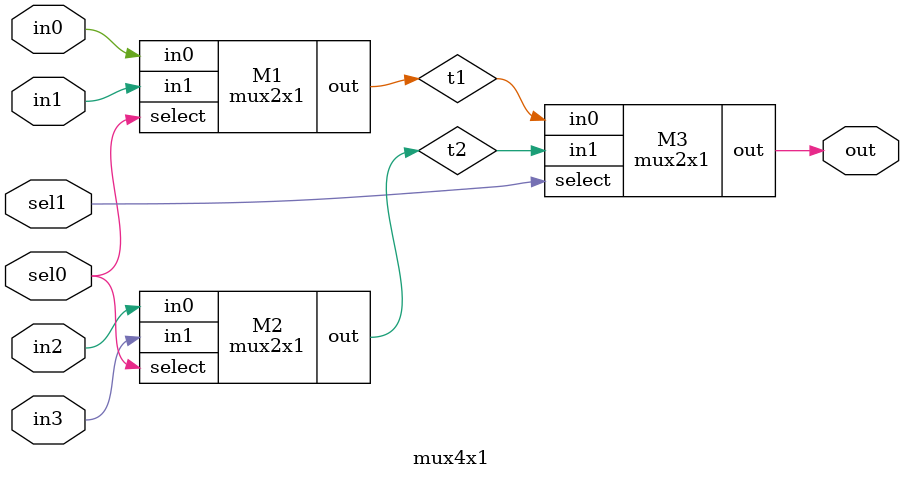
<source format=v>
module alu(
    input signed [63:0] src1,src2,
    input [3:0] alu_code,
    output signed [63:0] result,
    output overflow,zero_flag
);

    wire [63:0] add_result, sub_result, and_result, or_result;
    wire mark1, mark2;
    bit_adder_64 u_adder (.a(src1), .b(src2), .s(add_result), .overflow(mark1));
    bit_sub_64 u_sub (.a(src1), .b(src2), .s(sub_result), .overflow(mark2));
    bit_and_64 u_and (.a(src1), .b(src2), .s(and_result));
    bit_or_64 u_or (.a(src1), .b(src2), .s(or_result));

    // Logic for the selection of the output
    wire [1:0] opout;

    // opout[0] bit logic
    and and1(opout[1],1,alu_code[1]);

    // opout[1] bit logic
    wire a,b,c,d;
    wire t1,t2;
    not not1(a,alu_code[3]);
    not not2(b,alu_code[2]);
    not not3(c,alu_code[1]);
    not not4(d,alu_code[0]);

    and and2(t1, a,b,c,alu_code[0]);
    and and3(t2, a,alu_code[2],alu_code[1],d);
    or or1(opout[0],t1,t2);

    genvar i;
    generate
        for (i = 0; i < 64; i = i + 1) begin : mux_loop
            mux4x1 u_mux (.out(result[i]), .sel0(opout[0]), .sel1(opout[1]), .in0(and_result[i]), .in1(or_result[i]), .in2(add_result[i]), .in3(sub_result[i]));
        end
    endgenerate
    wire in0,in1;
    assign in0 = 1'b0;
    assign in1 = 1'b0;

    // Logic for overflow bit
    mux4x1 u_mux_overflow (.out(overflow), .sel0(opout[0]), .sel1(opout[1]), .in0(in0), .in1(in1), .in2(mark1), .in3(mark2));

    // Logc for zero_flag
    zerodetector u_zero (.b(result), .zero_flag(zero_flag));

endmodule

module zerodetector(
    input [63:0] b, 
    output zero_flag
);
    wire [62:0] or_chain; 
    or or_gate_first_bit(or_chain[0], b[0], b[1]);
    genvar i;
    generate
        for (i = 1; i < 63; i = i + 1) begin : or_loop
            or or_gate(or_chain[i], or_chain[i-1], b[i+1]); 
        end
    endgenerate

    not not_gate(zero_flag, or_chain[62]);
endmodule


// Adder Module
module one_bit_adder (
    input a, b, cin,
    output cout, s
);

    wire c, e, f;

    xor xor1(c, a, b);
    xor xor2(s, cin, c);

    and and1(f, cin, c);
    and and2(e, a, b);

    or or1(cout, f, e);

endmodule
module bit_adder_64 (
    input signed [63:0] a, b,
    output signed [63:0] s,
    output overflow
);

    wire [63:0] carry;
    wire c;
    
    assign c= 0;
    one_bit_adder u1_adder(.a(a[0]),.b(b[0]),.cin(c),.cout(carry[0]),.s(s[0]));
    genvar i;
    generate
        for (i = 1; i < 64; i = i + 1) begin : adder_loop
            one_bit_adder u_adder (.a(a[i]),.b(b[i]),.cin(carry[i-1]),.cout(carry[i]),.s(s[i]));
        end
    endgenerate
    xor xor1(overflow,carry[63],carry[62]);
endmodule

// Subtractor Module
module one_bit_sub (
    input a, b, cin,
    output cout, s
);
    wire c, e, f;

    xor xor1(c, a, b);   
    xor xor2(s, cin, c); 

    and and1(f, cin, c);
    and and2(e, a, b);    

    or or1(cout, f, e); 
endmodule   
module bit_sub_64 (
    input signed [63:0] a, b,
    output signed [63:0] s, 
    output [63:0] carry,
    output last_carry, output overflow
);
    wire [63:0] flipped;
    assign carry[0] = 1;

    genvar j;
    generate
        for (j = 0; j < 64; j = j + 1) begin : flip_b_loop
            xor xor_flip(flipped[j], b[j], 1'b1);
        end
    endgenerate

    one_bit_sub u1_sub (.a(a[0]), .b(flipped[0]), .cin(1'b1), .cout(carry[1]), .s(s[0]));

    genvar i;
    generate
        for (i = 1; i < 63; i = i + 1) begin : sub_loop
            one_bit_sub u_sub (.a(a[i]), .b(flipped[i]), .cin(carry[i]), .cout(carry[i+1]), .s(s[i]));
        end
    endgenerate

    one_bit_sub u_last_sub (.a(a[63]), .b(flipped[63]), .cin(carry[63]), .cout(last_carry), .s(s[63]));
    xor xor1(overflow, last_carry, carry[63]);
endmodule

// AND Module
module bit_and_64(
    input [63:0] a, b,  
    output [63:0] s   
);

    genvar i;
    generate
        for (i = 0; i < 64; i = i + 1) begin
            and and1(s[i], a[i], b[i]);  
        end
    endgenerate

endmodule

// OR Module
module bit_or_64(
    input [63:0] a, b,
    output [63:0] s  
);

    genvar i;
    generate
        for (i = 0; i < 64; i = i + 1) begin
            or or1(s[i], a[i], b[i]);
        end
    endgenerate

endmodule

// Mux Logic 
module mux2x1 (
    output out,
    input select,in0,in1
);
    wire select_bar;
    not n1(select_bar,select);
    wire temp1,temp2;
    and (temp1,select_bar,in0);
    and (temp2,select,in1);
    or (out,temp1,temp2);
endmodule

module mux4x1(
    output out,
    input sel0,sel1,in0,in1,in2,in3
);
    wire t1,t2;
    mux2x1 M1(t1,sel0,in0,in1);
    mux2x1 M2(t2,sel0,in2,in3);
    mux2x1 M3(out,sel1,t1,t2);
endmodule
</source>
